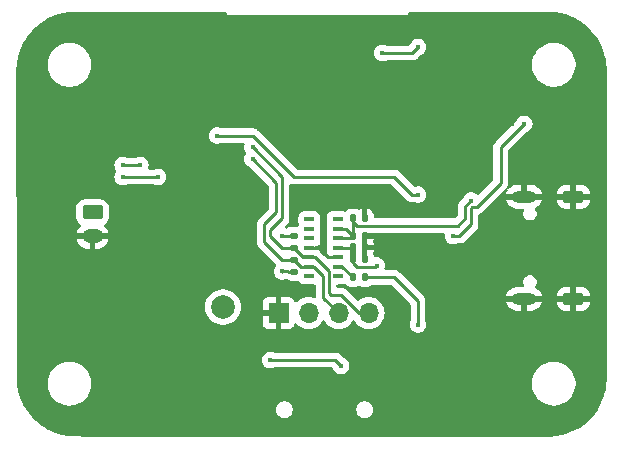
<source format=gbr>
%TF.GenerationSoftware,KiCad,Pcbnew,8.0.0*%
%TF.CreationDate,2024-05-02T00:18:50-07:00*%
%TF.ProjectId,ece16,65636531-362e-46b6-9963-61645f706362,rev?*%
%TF.SameCoordinates,Original*%
%TF.FileFunction,Copper,L2,Bot*%
%TF.FilePolarity,Positive*%
%FSLAX46Y46*%
G04 Gerber Fmt 4.6, Leading zero omitted, Abs format (unit mm)*
G04 Created by KiCad (PCBNEW 8.0.0) date 2024-05-02 00:18:50*
%MOMM*%
%LPD*%
G01*
G04 APERTURE LIST*
G04 Aperture macros list*
%AMRoundRect*
0 Rectangle with rounded corners*
0 $1 Rounding radius*
0 $2 $3 $4 $5 $6 $7 $8 $9 X,Y pos of 4 corners*
0 Add a 4 corners polygon primitive as box body*
4,1,4,$2,$3,$4,$5,$6,$7,$8,$9,$2,$3,0*
0 Add four circle primitives for the rounded corners*
1,1,$1+$1,$2,$3*
1,1,$1+$1,$4,$5*
1,1,$1+$1,$6,$7*
1,1,$1+$1,$8,$9*
0 Add four rect primitives between the rounded corners*
20,1,$1+$1,$2,$3,$4,$5,0*
20,1,$1+$1,$4,$5,$6,$7,0*
20,1,$1+$1,$6,$7,$8,$9,0*
20,1,$1+$1,$8,$9,$2,$3,0*%
G04 Aperture macros list end*
%TA.AperFunction,ComponentPad*%
%ADD10R,1.700000X1.700000*%
%TD*%
%TA.AperFunction,ComponentPad*%
%ADD11O,1.700000X1.700000*%
%TD*%
%TA.AperFunction,ComponentPad*%
%ADD12O,2.100000X1.000000*%
%TD*%
%TA.AperFunction,ComponentPad*%
%ADD13RoundRect,0.250000X0.650000X-0.250000X0.650000X0.250000X-0.650000X0.250000X-0.650000X-0.250000X0*%
%TD*%
%TA.AperFunction,ComponentPad*%
%ADD14C,2.000000*%
%TD*%
%TA.AperFunction,ComponentPad*%
%ADD15RoundRect,0.250000X-0.625000X0.350000X-0.625000X-0.350000X0.625000X-0.350000X0.625000X0.350000X0*%
%TD*%
%TA.AperFunction,ComponentPad*%
%ADD16O,1.750000X1.200000*%
%TD*%
%TA.AperFunction,SMDPad,CuDef*%
%ADD17RoundRect,0.140000X0.140000X0.170000X-0.140000X0.170000X-0.140000X-0.170000X0.140000X-0.170000X0*%
%TD*%
%TA.AperFunction,SMDPad,CuDef*%
%ADD18RoundRect,0.135000X0.135000X0.185000X-0.135000X0.185000X-0.135000X-0.185000X0.135000X-0.185000X0*%
%TD*%
%TA.AperFunction,SMDPad,CuDef*%
%ADD19RoundRect,0.140000X-0.140000X-0.170000X0.140000X-0.170000X0.140000X0.170000X-0.140000X0.170000X0*%
%TD*%
%TA.AperFunction,SMDPad,CuDef*%
%ADD20RoundRect,0.135000X-0.185000X0.135000X-0.185000X-0.135000X0.185000X-0.135000X0.185000X0.135000X0*%
%TD*%
%TA.AperFunction,SMDPad,CuDef*%
%ADD21RoundRect,0.135000X0.185000X-0.135000X0.185000X0.135000X-0.185000X0.135000X-0.185000X-0.135000X0*%
%TD*%
%TA.AperFunction,SMDPad,CuDef*%
%ADD22RoundRect,0.040000X-0.380000X-0.160000X0.380000X-0.160000X0.380000X0.160000X-0.380000X0.160000X0*%
%TD*%
%TA.AperFunction,SMDPad,CuDef*%
%ADD23RoundRect,0.040000X0.380000X0.160000X-0.380000X0.160000X-0.380000X-0.160000X0.380000X-0.160000X0*%
%TD*%
%TA.AperFunction,ViaPad*%
%ADD24C,0.400000*%
%TD*%
%TA.AperFunction,Conductor*%
%ADD25C,0.250000*%
%TD*%
G04 APERTURE END LIST*
D10*
%TO.P,U4,1,GND*%
%TO.N,GND*%
X132200000Y-64500000D03*
D11*
%TO.P,U4,2,VCC_IN*%
%TO.N,+3V3*%
X134740000Y-64500000D03*
%TO.P,U4,3,SCL*%
%TO.N,/SCL*%
X137280000Y-64500000D03*
%TO.P,U4,4,SDA*%
%TO.N,/SDA*%
X139820000Y-64500000D03*
%TD*%
D12*
%TO.P,USB4105-GF-A1,S1,SHELL_GND*%
%TO.N,GND*%
X152982500Y-63320000D03*
%TO.P,USB4105-GF-A1,S2,SHELL_GND*%
X152982500Y-54680000D03*
D13*
%TO.P,USB4105-GF-A1,S3,SHELL_GND*%
X157162500Y-63320000D03*
%TO.P,USB4105-GF-A1,S4,SHELL_GND*%
X157162500Y-54680000D03*
%TD*%
D14*
%TO.P,TP1,1,1*%
%TO.N,Net-(U3-ST)*%
X127500000Y-64000000D03*
%TD*%
D15*
%TO.P,BT1,1,+*%
%TO.N,Net-(BT1-+)*%
X116450000Y-56000000D03*
D16*
%TO.P,BT1,2,-*%
%TO.N,GND*%
X116450000Y-58000000D03*
%TD*%
D17*
%TO.P,C12,1*%
%TO.N,GND*%
X139480000Y-58000000D03*
%TO.P,C12,2*%
%TO.N,/VLED*%
X138520000Y-58000000D03*
%TD*%
D18*
%TO.P,R9,1*%
%TO.N,+3V3*%
X139510000Y-61500000D03*
%TO.P,R9,2*%
%TO.N,Net-(U6-~{INT})*%
X138490000Y-61500000D03*
%TD*%
D19*
%TO.P,C13,1*%
%TO.N,/VLED*%
X138520000Y-56500000D03*
%TO.P,C13,2*%
%TO.N,GND*%
X139480000Y-56500000D03*
%TD*%
D20*
%TO.P,R14,1*%
%TO.N,+3V3*%
X133500000Y-57990000D03*
%TO.P,R14,2*%
%TO.N,/SDA*%
X133500000Y-59010000D03*
%TD*%
D21*
%TO.P,R8,1*%
%TO.N,+3V3*%
X133500000Y-61010000D03*
%TO.P,R8,2*%
%TO.N,/SCL*%
X133500000Y-59990000D03*
%TD*%
D17*
%TO.P,C14,1*%
%TO.N,GND*%
X139480000Y-58970000D03*
%TO.P,C14,2*%
%TO.N,+1.8V*%
X138520000Y-58970000D03*
%TD*%
D22*
%TO.P,U6,1,NC*%
%TO.N,unconnected-(U6-NC-Pad1)*%
X134805000Y-61400000D03*
%TO.P,U6,2,SCL*%
%TO.N,/SCL*%
X134805000Y-60600000D03*
%TO.P,U6,3,SDA*%
%TO.N,/SDA*%
X134805000Y-59800000D03*
%TO.P,U6,4,PGND*%
%TO.N,GND*%
X134805000Y-59000000D03*
%TO.P,U6,5,NC*%
%TO.N,unconnected-(U6-NC-Pad5)*%
X134805000Y-58200000D03*
%TO.P,U6,6,NC*%
%TO.N,unconnected-(U6-NC-Pad6)*%
X134805000Y-57400000D03*
%TO.P,U6,7,NC*%
%TO.N,unconnected-(U6-NC-Pad7)*%
X134805000Y-56600000D03*
D23*
%TO.P,U6,8,NC*%
%TO.N,unconnected-(U6-NC-Pad8)*%
X137195000Y-56600000D03*
%TO.P,U6,9,VLED+*%
%TO.N,/VLED*%
X137195000Y-57400000D03*
%TO.P,U6,10,VLED+*%
X137195000Y-58200000D03*
%TO.P,U6,11,VDD*%
%TO.N,+1.8V*%
X137195000Y-59000000D03*
%TO.P,U6,12,GND*%
%TO.N,GND*%
X137195000Y-59800000D03*
%TO.P,U6,13,~{INT}*%
%TO.N,Net-(U6-~{INT})*%
X137195000Y-60600000D03*
%TO.P,U6,14,NC*%
%TO.N,unconnected-(U6-NC-Pad14)*%
X137195000Y-61400000D03*
%TD*%
D19*
%TO.P,C15,1*%
%TO.N,+1.8V*%
X138520000Y-59970000D03*
%TO.P,C15,2*%
%TO.N,GND*%
X139480000Y-59970000D03*
%TD*%
D24*
%TO.N,+3V3*%
X144000000Y-65500000D03*
X120500000Y-52000000D03*
X132510000Y-57990000D03*
X153000000Y-48500000D03*
X147000000Y-58000000D03*
X132500000Y-61000000D03*
X119000000Y-52000000D03*
%TO.N,/SCL*%
X130000000Y-51500000D03*
%TO.N,Net-(D1-K)*%
X119000000Y-53000000D03*
X122000000Y-53000000D03*
%TO.N,+1.8V*%
X140500000Y-60500000D03*
%TO.N,+5V*%
X127000000Y-49500000D03*
X144000000Y-54500000D03*
%TO.N,/SDA*%
X130000000Y-50500000D03*
%TO.N,Net-(BT1-+)*%
X131500000Y-68500000D03*
X137500000Y-69000000D03*
%TO.N,/VLED*%
X148500000Y-55000000D03*
%TO.N,/Boot*%
X141000000Y-42500000D03*
X144000000Y-42000000D03*
%TO.N,GND*%
X129500000Y-56000000D03*
X120000000Y-44000000D03*
X119500000Y-44000000D03*
X151000000Y-56000000D03*
X119500000Y-43500000D03*
X150500000Y-58500000D03*
X119000000Y-49000000D03*
X125000000Y-54000000D03*
X125000000Y-54500000D03*
X119500000Y-48500000D03*
X119500000Y-49000000D03*
X151500000Y-48500000D03*
X152000000Y-48500000D03*
X120000000Y-43500000D03*
X125500000Y-54500000D03*
X129500000Y-55500000D03*
X125500000Y-54000000D03*
X154000000Y-47500000D03*
X151000000Y-58500000D03*
X150500000Y-56000000D03*
X154500000Y-47500000D03*
X119000000Y-48500000D03*
%TD*%
D25*
%TO.N,+3V3*%
X119000000Y-52000000D02*
X119500000Y-52000000D01*
X147500000Y-58000000D02*
X147000000Y-58000000D01*
X132500000Y-61000000D02*
X132510000Y-61010000D01*
X151000000Y-50500000D02*
X151000000Y-53500000D01*
X144000000Y-63500000D02*
X144000000Y-65500000D01*
X148975000Y-55525000D02*
X148611396Y-55525000D01*
X133500000Y-61010000D02*
X132500000Y-61000000D01*
X139510000Y-61500000D02*
X142000000Y-61500000D01*
X148611396Y-55525000D02*
X148500000Y-55636396D01*
X119500000Y-52000000D02*
X120500000Y-52000000D01*
X148500000Y-55636396D02*
X148500000Y-57000000D01*
X151000000Y-53500000D02*
X148975000Y-55525000D01*
X148500000Y-57000000D02*
X147500000Y-58000000D01*
X142000000Y-61500000D02*
X144000000Y-63500000D01*
X133500000Y-57990000D02*
X132510000Y-57990000D01*
X151000000Y-50500000D02*
X153000000Y-48500000D01*
%TO.N,/SCL*%
X136000000Y-63220000D02*
X136000000Y-61375000D01*
X137280000Y-64500000D02*
X136000000Y-63220000D01*
X133500000Y-59990000D02*
X132490000Y-59990000D01*
X136000000Y-61375000D02*
X135225000Y-60600000D01*
X132000000Y-53500000D02*
X130000000Y-51500000D01*
X132000000Y-56000000D02*
X132000000Y-53500000D01*
X131000000Y-57000000D02*
X132000000Y-56000000D01*
X133500000Y-59990000D02*
X134110000Y-60600000D01*
X135225000Y-60600000D02*
X134805000Y-60600000D01*
X134110000Y-60600000D02*
X134805000Y-60600000D01*
X132490000Y-59990000D02*
X131000000Y-58500000D01*
X131000000Y-58500000D02*
X131000000Y-57000000D01*
%TO.N,Net-(U6-~{INT})*%
X137590000Y-60600000D02*
X138490000Y-61500000D01*
X137195000Y-60600000D02*
X137590000Y-60600000D01*
%TO.N,Net-(D1-K)*%
X122000000Y-53000000D02*
X119000000Y-53000000D01*
%TO.N,+1.8V*%
X138520000Y-60279999D02*
X138845001Y-60605000D01*
X138490000Y-59000000D02*
X138520000Y-58970000D01*
X140395000Y-60605000D02*
X140500000Y-60500000D01*
X137195000Y-59000000D02*
X138490000Y-59000000D01*
X138845001Y-60605000D02*
X140395000Y-60605000D01*
X138520000Y-59970000D02*
X138520000Y-60279999D01*
%TO.N,+5V*%
X142000000Y-53000000D02*
X143500000Y-54500000D01*
X127000000Y-49500000D02*
X130000000Y-49500000D01*
X133500000Y-53000000D02*
X142000000Y-53000000D01*
X130000000Y-49500000D02*
X133500000Y-53000000D01*
X143500000Y-54500000D02*
X144000000Y-54500000D01*
%TO.N,/SDA*%
X131500000Y-58000000D02*
X132500000Y-59000000D01*
X133500000Y-59010000D02*
X134290000Y-59800000D01*
X132500000Y-59000000D02*
X132500000Y-59010000D01*
X134290000Y-59800000D02*
X134805000Y-59800000D01*
X132500000Y-56500000D02*
X132500000Y-53000000D01*
X139000000Y-64500000D02*
X139820000Y-64500000D01*
X131500000Y-58000000D02*
X131500000Y-57500000D01*
X136618851Y-63000000D02*
X137500000Y-63000000D01*
X136450000Y-60950000D02*
X136450000Y-62831149D01*
X131500000Y-57500000D02*
X132500000Y-56500000D01*
X133500000Y-59010000D02*
X132500000Y-59010000D01*
X136450000Y-62831149D02*
X136618851Y-63000000D01*
X135300000Y-59800000D02*
X136450000Y-60950000D01*
X132500000Y-53000000D02*
X130000000Y-50500000D01*
X134805000Y-59800000D02*
X135300000Y-59800000D01*
X137500000Y-63000000D02*
X139000000Y-64500000D01*
%TO.N,Net-(BT1-+)*%
X131500000Y-68500000D02*
X137000000Y-68500000D01*
X137000000Y-68500000D02*
X137500000Y-69000000D01*
%TO.N,/VLED*%
X137195000Y-58200000D02*
X138320000Y-58200000D01*
X138520000Y-56500000D02*
X138520000Y-56809999D01*
X138845001Y-57135000D02*
X147365000Y-57135000D01*
X137195000Y-57400000D02*
X137920000Y-57400000D01*
X138520000Y-56809999D02*
X138845001Y-57135000D01*
X147365000Y-57135000D02*
X148000000Y-56500000D01*
X138320000Y-58200000D02*
X138520000Y-58000000D01*
X148000000Y-56500000D02*
X148000000Y-55500000D01*
X138520000Y-58000000D02*
X138520000Y-56500000D01*
X148000000Y-55500000D02*
X148500000Y-55000000D01*
X137920000Y-57400000D02*
X138520000Y-58000000D01*
%TO.N,/Boot*%
X141000000Y-42500000D02*
X143500000Y-42500000D01*
X143500000Y-42500000D02*
X144000000Y-42000000D01*
%TO.N,GND*%
X134805000Y-59000000D02*
X135587702Y-59000000D01*
X135587702Y-59000000D02*
X136387702Y-59800000D01*
X136387702Y-59800000D02*
X137195000Y-59800000D01*
%TD*%
%TA.AperFunction,Conductor*%
%TO.N,+1.8V*%
G36*
X138713039Y-58739685D02*
G01*
X138758794Y-58792489D01*
X138770000Y-58844000D01*
X138770000Y-60096000D01*
X138750315Y-60163039D01*
X138703555Y-60203555D01*
X138270000Y-59770000D01*
X138270000Y-58844000D01*
X138289685Y-58776961D01*
X138342489Y-58731206D01*
X138394000Y-58720000D01*
X138646000Y-58720000D01*
X138713039Y-58739685D01*
G37*
%TD.AperFunction*%
%TD*%
%TA.AperFunction,Conductor*%
%TO.N,GND*%
G36*
X127743039Y-39019685D02*
G01*
X127788794Y-39072489D01*
X127800000Y-39124000D01*
X127800000Y-39275000D01*
X143200000Y-39275000D01*
X143200000Y-39124000D01*
X143219685Y-39056961D01*
X143272489Y-39011206D01*
X143324000Y-39000000D01*
X154999290Y-39000000D01*
X155000641Y-39000006D01*
X155213481Y-39002328D01*
X155222915Y-39002792D01*
X155647552Y-39039943D01*
X155658270Y-39041354D01*
X156077393Y-39115256D01*
X156087921Y-39117590D01*
X156499033Y-39227747D01*
X156509322Y-39230992D01*
X156909255Y-39376555D01*
X156919221Y-39380683D01*
X157304942Y-39560547D01*
X157314528Y-39565538D01*
X157683088Y-39778326D01*
X157692207Y-39784135D01*
X158040820Y-40028237D01*
X158049402Y-40034822D01*
X158375420Y-40308383D01*
X158383395Y-40315692D01*
X158684307Y-40616604D01*
X158691616Y-40624579D01*
X158965177Y-40950597D01*
X158971762Y-40959179D01*
X159215864Y-41307792D01*
X159221676Y-41316916D01*
X159434459Y-41685467D01*
X159439454Y-41695062D01*
X159488154Y-41799500D01*
X159596604Y-42032072D01*
X159619310Y-42080764D01*
X159623450Y-42090759D01*
X159769003Y-42490664D01*
X159772256Y-42500980D01*
X159882405Y-42912061D01*
X159884746Y-42922623D01*
X159958644Y-43341725D01*
X159960056Y-43352450D01*
X159997206Y-43777073D01*
X159997671Y-43786527D01*
X159999993Y-43999357D01*
X160000000Y-44000710D01*
X160000000Y-69999289D01*
X159999993Y-70000642D01*
X159997671Y-70213472D01*
X159997206Y-70222926D01*
X159960056Y-70647549D01*
X159958644Y-70658274D01*
X159884746Y-71077376D01*
X159882405Y-71087938D01*
X159772256Y-71499019D01*
X159769003Y-71509335D01*
X159623450Y-71909240D01*
X159619310Y-71919235D01*
X159439454Y-72304937D01*
X159434459Y-72314532D01*
X159221676Y-72683083D01*
X159215864Y-72692207D01*
X158971762Y-73040820D01*
X158965177Y-73049402D01*
X158691616Y-73375420D01*
X158684307Y-73383395D01*
X158383395Y-73684307D01*
X158375420Y-73691616D01*
X158049402Y-73965177D01*
X158040820Y-73971762D01*
X157692207Y-74215864D01*
X157683083Y-74221676D01*
X157314532Y-74434459D01*
X157304937Y-74439454D01*
X156919235Y-74619310D01*
X156909240Y-74623450D01*
X156509335Y-74769003D01*
X156499019Y-74772256D01*
X156087938Y-74882405D01*
X156077376Y-74884746D01*
X155658274Y-74958644D01*
X155647549Y-74960056D01*
X155222926Y-74997206D01*
X155213472Y-74997671D01*
X155007701Y-74999916D01*
X155000640Y-74999993D01*
X154999290Y-75000000D01*
X116002285Y-75000000D01*
X115997720Y-74999916D01*
X115035530Y-74964465D01*
X114822083Y-74962206D01*
X114812589Y-74961741D01*
X114387974Y-74924594D01*
X114377249Y-74923182D01*
X113958137Y-74849284D01*
X113947576Y-74846943D01*
X113536492Y-74736795D01*
X113526175Y-74733542D01*
X113126257Y-74587986D01*
X113116263Y-74583846D01*
X112730562Y-74403992D01*
X112720966Y-74398997D01*
X112352396Y-74186204D01*
X112343290Y-74180404D01*
X112202756Y-74082001D01*
X111994657Y-73936287D01*
X111986076Y-73929702D01*
X111660063Y-73656147D01*
X111652087Y-73648838D01*
X111351161Y-73347912D01*
X111343852Y-73339936D01*
X111070297Y-73013923D01*
X111063712Y-73005342D01*
X110898219Y-72768995D01*
X131999499Y-72768995D01*
X132026418Y-72904322D01*
X132026421Y-72904332D01*
X132079221Y-73031804D01*
X132079228Y-73031817D01*
X132155885Y-73146541D01*
X132155888Y-73146545D01*
X132253454Y-73244111D01*
X132253458Y-73244114D01*
X132368182Y-73320771D01*
X132368195Y-73320778D01*
X132495667Y-73373578D01*
X132495672Y-73373580D01*
X132495676Y-73373580D01*
X132495677Y-73373581D01*
X132631004Y-73400500D01*
X132631007Y-73400500D01*
X132768995Y-73400500D01*
X132860041Y-73382389D01*
X132904328Y-73373580D01*
X133031811Y-73320775D01*
X133146542Y-73244114D01*
X133244114Y-73146542D01*
X133320775Y-73031811D01*
X133373580Y-72904328D01*
X133400500Y-72768995D01*
X138799499Y-72768995D01*
X138826418Y-72904322D01*
X138826421Y-72904332D01*
X138879221Y-73031804D01*
X138879228Y-73031817D01*
X138955885Y-73146541D01*
X138955888Y-73146545D01*
X139053454Y-73244111D01*
X139053458Y-73244114D01*
X139168182Y-73320771D01*
X139168195Y-73320778D01*
X139295667Y-73373578D01*
X139295672Y-73373580D01*
X139295676Y-73373580D01*
X139295677Y-73373581D01*
X139431004Y-73400500D01*
X139431007Y-73400500D01*
X139568995Y-73400500D01*
X139660041Y-73382389D01*
X139704328Y-73373580D01*
X139831811Y-73320775D01*
X139946542Y-73244114D01*
X140044114Y-73146542D01*
X140120775Y-73031811D01*
X140173580Y-72904328D01*
X140200500Y-72768993D01*
X140200500Y-72631007D01*
X140200500Y-72631004D01*
X140173581Y-72495677D01*
X140173580Y-72495676D01*
X140173580Y-72495672D01*
X140173578Y-72495667D01*
X140120778Y-72368195D01*
X140120771Y-72368182D01*
X140044114Y-72253458D01*
X140044111Y-72253454D01*
X139946545Y-72155888D01*
X139946541Y-72155885D01*
X139831817Y-72079228D01*
X139831804Y-72079221D01*
X139704332Y-72026421D01*
X139704322Y-72026418D01*
X139568995Y-71999500D01*
X139568993Y-71999500D01*
X139431007Y-71999500D01*
X139431005Y-71999500D01*
X139295677Y-72026418D01*
X139295667Y-72026421D01*
X139168195Y-72079221D01*
X139168182Y-72079228D01*
X139053458Y-72155885D01*
X139053454Y-72155888D01*
X138955888Y-72253454D01*
X138955885Y-72253458D01*
X138879228Y-72368182D01*
X138879221Y-72368195D01*
X138826421Y-72495667D01*
X138826418Y-72495677D01*
X138799500Y-72631004D01*
X138799500Y-72631007D01*
X138799500Y-72768993D01*
X138799500Y-72768995D01*
X138799499Y-72768995D01*
X133400500Y-72768995D01*
X133400500Y-72768993D01*
X133400500Y-72631007D01*
X133400500Y-72631004D01*
X133373581Y-72495677D01*
X133373580Y-72495676D01*
X133373580Y-72495672D01*
X133373578Y-72495667D01*
X133320778Y-72368195D01*
X133320771Y-72368182D01*
X133244114Y-72253458D01*
X133244111Y-72253454D01*
X133146545Y-72155888D01*
X133146541Y-72155885D01*
X133031817Y-72079228D01*
X133031804Y-72079221D01*
X132904332Y-72026421D01*
X132904322Y-72026418D01*
X132768995Y-71999500D01*
X132768993Y-71999500D01*
X132631007Y-71999500D01*
X132631005Y-71999500D01*
X132495677Y-72026418D01*
X132495667Y-72026421D01*
X132368195Y-72079221D01*
X132368182Y-72079228D01*
X132253458Y-72155885D01*
X132253454Y-72155888D01*
X132155888Y-72253454D01*
X132155885Y-72253458D01*
X132079228Y-72368182D01*
X132079221Y-72368195D01*
X132026421Y-72495667D01*
X132026418Y-72495677D01*
X131999500Y-72631004D01*
X131999500Y-72631007D01*
X131999500Y-72768993D01*
X131999500Y-72768995D01*
X131999499Y-72768995D01*
X110898219Y-72768995D01*
X110819591Y-72656703D01*
X110813798Y-72647609D01*
X110600997Y-72279025D01*
X110596007Y-72269437D01*
X110588556Y-72253458D01*
X110416148Y-71883725D01*
X110412017Y-71873753D01*
X110266457Y-71473824D01*
X110263204Y-71463507D01*
X110162572Y-71087938D01*
X110153054Y-71052417D01*
X110150715Y-71041862D01*
X110082140Y-70652942D01*
X110076816Y-70622746D01*
X110076624Y-70621288D01*
X112649500Y-70621288D01*
X112681161Y-70861785D01*
X112743947Y-71096104D01*
X112836773Y-71320205D01*
X112836776Y-71320212D01*
X112958064Y-71530289D01*
X112958066Y-71530292D01*
X112958067Y-71530293D01*
X113105733Y-71722736D01*
X113105739Y-71722743D01*
X113277256Y-71894260D01*
X113277263Y-71894266D01*
X113390321Y-71981018D01*
X113469711Y-72041936D01*
X113679788Y-72163224D01*
X113903900Y-72256054D01*
X114138211Y-72318838D01*
X114318586Y-72342584D01*
X114378711Y-72350500D01*
X114378712Y-72350500D01*
X114621289Y-72350500D01*
X114669388Y-72344167D01*
X114861789Y-72318838D01*
X115096100Y-72256054D01*
X115320212Y-72163224D01*
X115530289Y-72041936D01*
X115722738Y-71894265D01*
X115894265Y-71722738D01*
X116041936Y-71530289D01*
X116163224Y-71320212D01*
X116256054Y-71096100D01*
X116318838Y-70861789D01*
X116350500Y-70621288D01*
X153649500Y-70621288D01*
X153681161Y-70861785D01*
X153743947Y-71096104D01*
X153836773Y-71320205D01*
X153836776Y-71320212D01*
X153958064Y-71530289D01*
X153958066Y-71530292D01*
X153958067Y-71530293D01*
X154105733Y-71722736D01*
X154105739Y-71722743D01*
X154277256Y-71894260D01*
X154277263Y-71894266D01*
X154390321Y-71981018D01*
X154469711Y-72041936D01*
X154679788Y-72163224D01*
X154903900Y-72256054D01*
X155138211Y-72318838D01*
X155318586Y-72342584D01*
X155378711Y-72350500D01*
X155378712Y-72350500D01*
X155621289Y-72350500D01*
X155669388Y-72344167D01*
X155861789Y-72318838D01*
X156096100Y-72256054D01*
X156320212Y-72163224D01*
X156530289Y-72041936D01*
X156722738Y-71894265D01*
X156894265Y-71722738D01*
X157041936Y-71530289D01*
X157163224Y-71320212D01*
X157256054Y-71096100D01*
X157318838Y-70861789D01*
X157350500Y-70621288D01*
X157350500Y-70378712D01*
X157318838Y-70138211D01*
X157256054Y-69903900D01*
X157163224Y-69679788D01*
X157041936Y-69469711D01*
X156894265Y-69277262D01*
X156894260Y-69277256D01*
X156722743Y-69105739D01*
X156722736Y-69105733D01*
X156530293Y-68958067D01*
X156530292Y-68958066D01*
X156530289Y-68958064D01*
X156320212Y-68836776D01*
X156320205Y-68836773D01*
X156096104Y-68743947D01*
X155861785Y-68681161D01*
X155621289Y-68649500D01*
X155621288Y-68649500D01*
X155378712Y-68649500D01*
X155378711Y-68649500D01*
X155138214Y-68681161D01*
X154903895Y-68743947D01*
X154679794Y-68836773D01*
X154679785Y-68836777D01*
X154469706Y-68958067D01*
X154277263Y-69105733D01*
X154277256Y-69105739D01*
X154105739Y-69277256D01*
X154105733Y-69277263D01*
X153958067Y-69469706D01*
X153836777Y-69679785D01*
X153836773Y-69679794D01*
X153743947Y-69903895D01*
X153681161Y-70138214D01*
X153649500Y-70378711D01*
X153649500Y-70621288D01*
X116350500Y-70621288D01*
X116350500Y-70378712D01*
X116318838Y-70138211D01*
X116256054Y-69903900D01*
X116163224Y-69679788D01*
X116041936Y-69469711D01*
X115894265Y-69277262D01*
X115894260Y-69277256D01*
X115722743Y-69105739D01*
X115722736Y-69105733D01*
X115530293Y-68958067D01*
X115530292Y-68958066D01*
X115530289Y-68958064D01*
X115320212Y-68836776D01*
X115320205Y-68836773D01*
X115096104Y-68743947D01*
X114861785Y-68681161D01*
X114621289Y-68649500D01*
X114621288Y-68649500D01*
X114378712Y-68649500D01*
X114378711Y-68649500D01*
X114138214Y-68681161D01*
X113903895Y-68743947D01*
X113679794Y-68836773D01*
X113679785Y-68836777D01*
X113469706Y-68958067D01*
X113277263Y-69105733D01*
X113277256Y-69105739D01*
X113105739Y-69277256D01*
X113105733Y-69277263D01*
X112958067Y-69469706D01*
X112836777Y-69679785D01*
X112836773Y-69679794D01*
X112743947Y-69903895D01*
X112681161Y-70138214D01*
X112649500Y-70378711D01*
X112649500Y-70621288D01*
X110076624Y-70621288D01*
X110075405Y-70612025D01*
X110054994Y-70378711D01*
X110038257Y-70187392D01*
X110037793Y-70177932D01*
X110035539Y-69965003D01*
X110035533Y-69963912D01*
X110034593Y-69277263D01*
X110033529Y-68500000D01*
X130794355Y-68500000D01*
X130814859Y-68668869D01*
X130814860Y-68668874D01*
X130875182Y-68827931D01*
X130937475Y-68918177D01*
X130971817Y-68967929D01*
X131077505Y-69061560D01*
X131099150Y-69080736D01*
X131249773Y-69159789D01*
X131249775Y-69159790D01*
X131414944Y-69200500D01*
X131585056Y-69200500D01*
X131750225Y-69159790D01*
X131788495Y-69139703D01*
X131846121Y-69125500D01*
X136689548Y-69125500D01*
X136756587Y-69145185D01*
X136777229Y-69161819D01*
X136814718Y-69199308D01*
X136842979Y-69243018D01*
X136875182Y-69327930D01*
X136875182Y-69327931D01*
X136937475Y-69418177D01*
X136971817Y-69467929D01*
X137077505Y-69561560D01*
X137099150Y-69580736D01*
X137249773Y-69659789D01*
X137249775Y-69659790D01*
X137414944Y-69700500D01*
X137585056Y-69700500D01*
X137750225Y-69659790D01*
X137829692Y-69618081D01*
X137900849Y-69580736D01*
X137900850Y-69580734D01*
X137900852Y-69580734D01*
X138028183Y-69467929D01*
X138124818Y-69327930D01*
X138185140Y-69168872D01*
X138205645Y-69000000D01*
X138185140Y-68831128D01*
X138124818Y-68672070D01*
X138122608Y-68668869D01*
X138090476Y-68622318D01*
X138028183Y-68532071D01*
X137900852Y-68419266D01*
X137900849Y-68419263D01*
X137750228Y-68340211D01*
X137750225Y-68340210D01*
X137750038Y-68340164D01*
X137749903Y-68340087D01*
X137743216Y-68337552D01*
X137743602Y-68336533D01*
X137692040Y-68307450D01*
X137490198Y-68105608D01*
X137490178Y-68105586D01*
X137398733Y-68014141D01*
X137347509Y-67979915D01*
X137296287Y-67945689D01*
X137296286Y-67945688D01*
X137296283Y-67945686D01*
X137296280Y-67945685D01*
X137215792Y-67912347D01*
X137182453Y-67898537D01*
X137172427Y-67896543D01*
X137122029Y-67886518D01*
X137061610Y-67874500D01*
X137061607Y-67874500D01*
X137061606Y-67874500D01*
X131846121Y-67874500D01*
X131788495Y-67860296D01*
X131768314Y-67849704D01*
X131750224Y-67840209D01*
X131585056Y-67799500D01*
X131414944Y-67799500D01*
X131249773Y-67840210D01*
X131099150Y-67919263D01*
X130971816Y-68032072D01*
X130875182Y-68172068D01*
X130814860Y-68331125D01*
X130814859Y-68331130D01*
X130794355Y-68500000D01*
X110033529Y-68500000D01*
X110027371Y-64000005D01*
X125994357Y-64000005D01*
X126014890Y-64247812D01*
X126014892Y-64247824D01*
X126075936Y-64488881D01*
X126175826Y-64716606D01*
X126311833Y-64924782D01*
X126311836Y-64924785D01*
X126480256Y-65107738D01*
X126676491Y-65260474D01*
X126895190Y-65378828D01*
X127114141Y-65453994D01*
X127123980Y-65457372D01*
X127130386Y-65459571D01*
X127375665Y-65500500D01*
X127624335Y-65500500D01*
X127869614Y-65459571D01*
X128104810Y-65378828D01*
X128323509Y-65260474D01*
X128519744Y-65107738D01*
X128688164Y-64924785D01*
X128824173Y-64716607D01*
X128924063Y-64488881D01*
X128985108Y-64247821D01*
X128985109Y-64247812D01*
X129005643Y-64000005D01*
X129005643Y-63999994D01*
X128985109Y-63752187D01*
X128985107Y-63752175D01*
X128924063Y-63511118D01*
X128824173Y-63283393D01*
X128688166Y-63075217D01*
X128631942Y-63014142D01*
X128519744Y-62892262D01*
X128323509Y-62739526D01*
X128323507Y-62739525D01*
X128323506Y-62739524D01*
X128104811Y-62621172D01*
X128104802Y-62621169D01*
X127869616Y-62540429D01*
X127624335Y-62499500D01*
X127375665Y-62499500D01*
X127130383Y-62540429D01*
X126895197Y-62621169D01*
X126895188Y-62621172D01*
X126676493Y-62739524D01*
X126480257Y-62892261D01*
X126311833Y-63075217D01*
X126175826Y-63283393D01*
X126075936Y-63511118D01*
X126014892Y-63752175D01*
X126014890Y-63752187D01*
X125994357Y-63999994D01*
X125994357Y-64000005D01*
X110027371Y-64000005D01*
X110016970Y-56400001D01*
X115074500Y-56400001D01*
X115074501Y-56400019D01*
X115085000Y-56502796D01*
X115085001Y-56502799D01*
X115140185Y-56669331D01*
X115140187Y-56669336D01*
X115150157Y-56685500D01*
X115232288Y-56818656D01*
X115356344Y-56942712D01*
X115420981Y-56982580D01*
X115467705Y-57034526D01*
X115478928Y-57103489D01*
X115451085Y-57167571D01*
X115443566Y-57175799D01*
X115335964Y-57283401D01*
X115234195Y-57423475D01*
X115155591Y-57577744D01*
X115102085Y-57742415D01*
X115100884Y-57749999D01*
X115100885Y-57750000D01*
X116169670Y-57750000D01*
X116149925Y-57769745D01*
X116100556Y-57855255D01*
X116075000Y-57950630D01*
X116075000Y-58049370D01*
X116100556Y-58144745D01*
X116149925Y-58230255D01*
X116169670Y-58250000D01*
X115100885Y-58250000D01*
X115102085Y-58257584D01*
X115155591Y-58422255D01*
X115234195Y-58576524D01*
X115335967Y-58716602D01*
X115458397Y-58839032D01*
X115598475Y-58940804D01*
X115752742Y-59019408D01*
X115917415Y-59072914D01*
X116088429Y-59100000D01*
X116200000Y-59100000D01*
X116200000Y-58280330D01*
X116219745Y-58300075D01*
X116305255Y-58349444D01*
X116400630Y-58375000D01*
X116499370Y-58375000D01*
X116594745Y-58349444D01*
X116680255Y-58300075D01*
X116700000Y-58280330D01*
X116700000Y-59100000D01*
X116811571Y-59100000D01*
X116982584Y-59072914D01*
X117147257Y-59019408D01*
X117301524Y-58940804D01*
X117441602Y-58839032D01*
X117564032Y-58716602D01*
X117665804Y-58576524D01*
X117744408Y-58422255D01*
X117797914Y-58257584D01*
X117799115Y-58250000D01*
X116730330Y-58250000D01*
X116750075Y-58230255D01*
X116799444Y-58144745D01*
X116825000Y-58049370D01*
X116825000Y-57950630D01*
X116799444Y-57855255D01*
X116750075Y-57769745D01*
X116730330Y-57750000D01*
X117799115Y-57750000D01*
X117799115Y-57749999D01*
X117797914Y-57742415D01*
X117744408Y-57577744D01*
X117665804Y-57423475D01*
X117564032Y-57283397D01*
X117456434Y-57175799D01*
X117422949Y-57114476D01*
X117427933Y-57044784D01*
X117469805Y-56988851D01*
X117478995Y-56982594D01*
X117543656Y-56942712D01*
X117667712Y-56818656D01*
X117759814Y-56669334D01*
X117814999Y-56502797D01*
X117825500Y-56400009D01*
X117825499Y-55599992D01*
X117822448Y-55570129D01*
X117814999Y-55497203D01*
X117814998Y-55497200D01*
X117759814Y-55330666D01*
X117667712Y-55181344D01*
X117543656Y-55057288D01*
X117450888Y-55000069D01*
X117394336Y-54965187D01*
X117394331Y-54965185D01*
X117377344Y-54959556D01*
X117227797Y-54910001D01*
X117227795Y-54910000D01*
X117125010Y-54899500D01*
X115774998Y-54899500D01*
X115774981Y-54899501D01*
X115672203Y-54910000D01*
X115672200Y-54910001D01*
X115505668Y-54965185D01*
X115505663Y-54965187D01*
X115356342Y-55057289D01*
X115232289Y-55181342D01*
X115140187Y-55330663D01*
X115140186Y-55330666D01*
X115085001Y-55497203D01*
X115085001Y-55497204D01*
X115085000Y-55497204D01*
X115074500Y-55599983D01*
X115074500Y-56400001D01*
X110016970Y-56400001D01*
X110012317Y-53000000D01*
X118294355Y-53000000D01*
X118314859Y-53168869D01*
X118314860Y-53168874D01*
X118375182Y-53327931D01*
X118437475Y-53418177D01*
X118471817Y-53467929D01*
X118577505Y-53561560D01*
X118599150Y-53580736D01*
X118749773Y-53659789D01*
X118749775Y-53659790D01*
X118914944Y-53700500D01*
X119085056Y-53700500D01*
X119250225Y-53659790D01*
X119288495Y-53639703D01*
X119346121Y-53625500D01*
X121653879Y-53625500D01*
X121711504Y-53639703D01*
X121749775Y-53659790D01*
X121914944Y-53700500D01*
X122085056Y-53700500D01*
X122250225Y-53659790D01*
X122361359Y-53601462D01*
X122400849Y-53580736D01*
X122400850Y-53580734D01*
X122400852Y-53580734D01*
X122528183Y-53467929D01*
X122624818Y-53327930D01*
X122685140Y-53168872D01*
X122705645Y-53000000D01*
X122685140Y-52831128D01*
X122624818Y-52672070D01*
X122528183Y-52532071D01*
X122400852Y-52419266D01*
X122400849Y-52419263D01*
X122250226Y-52340210D01*
X122085056Y-52299500D01*
X121914944Y-52299500D01*
X121749775Y-52340209D01*
X121724762Y-52353337D01*
X121711504Y-52360296D01*
X121653879Y-52374500D01*
X121286801Y-52374500D01*
X121219762Y-52354815D01*
X121174007Y-52302011D01*
X121164063Y-52232853D01*
X121170859Y-52206530D01*
X121185138Y-52168877D01*
X121185139Y-52168874D01*
X121185140Y-52168872D01*
X121205645Y-52000000D01*
X121185140Y-51831128D01*
X121124818Y-51672070D01*
X121122608Y-51668869D01*
X121090476Y-51622318D01*
X121028183Y-51532071D01*
X120900852Y-51419266D01*
X120900849Y-51419263D01*
X120750226Y-51340210D01*
X120585056Y-51299500D01*
X120414944Y-51299500D01*
X120249775Y-51340209D01*
X120224762Y-51353337D01*
X120211504Y-51360296D01*
X120153879Y-51374500D01*
X119346121Y-51374500D01*
X119288495Y-51360296D01*
X119268314Y-51349704D01*
X119250224Y-51340209D01*
X119085056Y-51299500D01*
X118914944Y-51299500D01*
X118749773Y-51340210D01*
X118599150Y-51419263D01*
X118471816Y-51532072D01*
X118375182Y-51672068D01*
X118314860Y-51831125D01*
X118314859Y-51831130D01*
X118294355Y-52000000D01*
X118314859Y-52168869D01*
X118314860Y-52168874D01*
X118375182Y-52327931D01*
X118445332Y-52429560D01*
X118467215Y-52495915D01*
X118449750Y-52563566D01*
X118445332Y-52570440D01*
X118375183Y-52672068D01*
X118375182Y-52672068D01*
X118314860Y-52831125D01*
X118314859Y-52831130D01*
X118294355Y-53000000D01*
X110012317Y-53000000D01*
X110007527Y-49500000D01*
X126294355Y-49500000D01*
X126314859Y-49668869D01*
X126314860Y-49668874D01*
X126375182Y-49827931D01*
X126437475Y-49918177D01*
X126471817Y-49967929D01*
X126577505Y-50061560D01*
X126599150Y-50080736D01*
X126735866Y-50152490D01*
X126749775Y-50159790D01*
X126914944Y-50200500D01*
X127085056Y-50200500D01*
X127250225Y-50159790D01*
X127288495Y-50139703D01*
X127346121Y-50125500D01*
X129213199Y-50125500D01*
X129280238Y-50145185D01*
X129325993Y-50197989D01*
X129335937Y-50267147D01*
X129329141Y-50293470D01*
X129314861Y-50331122D01*
X129314859Y-50331130D01*
X129294355Y-50500000D01*
X129314859Y-50668869D01*
X129314860Y-50668874D01*
X129375182Y-50827931D01*
X129445332Y-50929560D01*
X129467215Y-50995915D01*
X129449750Y-51063566D01*
X129445332Y-51070440D01*
X129375183Y-51172068D01*
X129375182Y-51172068D01*
X129314860Y-51331125D01*
X129314859Y-51331130D01*
X129294355Y-51500000D01*
X129314859Y-51668869D01*
X129314860Y-51668874D01*
X129375182Y-51827931D01*
X129437475Y-51918177D01*
X129471817Y-51967929D01*
X129599148Y-52080734D01*
X129749775Y-52159790D01*
X129749945Y-52159832D01*
X129750068Y-52159901D01*
X129756791Y-52162451D01*
X129756403Y-52163473D01*
X129807959Y-52192549D01*
X131338181Y-53722771D01*
X131371666Y-53784094D01*
X131374500Y-53810452D01*
X131374500Y-55689547D01*
X131354815Y-55756586D01*
X131338181Y-55777228D01*
X130601269Y-56514140D01*
X130601267Y-56514142D01*
X130557704Y-56557704D01*
X130514142Y-56601266D01*
X130496581Y-56627549D01*
X130445689Y-56703712D01*
X130445687Y-56703716D01*
X130420535Y-56764437D01*
X130420536Y-56764438D01*
X130398536Y-56817549D01*
X130398535Y-56817555D01*
X130374500Y-56938389D01*
X130374500Y-56938393D01*
X130374500Y-56938394D01*
X130374500Y-58438393D01*
X130374500Y-58561607D01*
X130376688Y-58572605D01*
X130398537Y-58682452D01*
X130406011Y-58700496D01*
X130406012Y-58700500D01*
X130406013Y-58700500D01*
X130445685Y-58796280D01*
X130445690Y-58796289D01*
X130479914Y-58847507D01*
X130479915Y-58847509D01*
X130514141Y-58898733D01*
X130605586Y-58990178D01*
X130605608Y-58990198D01*
X131971816Y-60356406D01*
X132005301Y-60417729D01*
X132000317Y-60487421D01*
X131974837Y-60524726D01*
X131976791Y-60526457D01*
X131971815Y-60532073D01*
X131875182Y-60672068D01*
X131814860Y-60831125D01*
X131814859Y-60831130D01*
X131794355Y-61000000D01*
X131814859Y-61168869D01*
X131814860Y-61168874D01*
X131875182Y-61327931D01*
X131937475Y-61418177D01*
X131971817Y-61467929D01*
X132077505Y-61561560D01*
X132099150Y-61580736D01*
X132230451Y-61649648D01*
X132249775Y-61659790D01*
X132414944Y-61700500D01*
X132585056Y-61700500D01*
X132750225Y-61659790D01*
X132781954Y-61643136D01*
X132840819Y-61628939D01*
X132852718Y-61629058D01*
X132915151Y-61648070D01*
X132915687Y-61647164D01*
X132919415Y-61649368D01*
X132919557Y-61649412D01*
X132919887Y-61649648D01*
X132950691Y-61667865D01*
X133060607Y-61732869D01*
X133085039Y-61739967D01*
X133214791Y-61777664D01*
X133214794Y-61777664D01*
X133214796Y-61777665D01*
X133250819Y-61780500D01*
X133749180Y-61780499D01*
X133785204Y-61777665D01*
X133807872Y-61771079D01*
X133877738Y-61771276D01*
X133936409Y-61809216D01*
X133945752Y-61822535D01*
X133986474Y-61876235D01*
X134039215Y-61945785D01*
X134157605Y-62035562D01*
X134157607Y-62035563D01*
X134172515Y-62041442D01*
X134295826Y-62090070D01*
X134382680Y-62100500D01*
X134382686Y-62100500D01*
X135227313Y-62100500D01*
X135227320Y-62100500D01*
X135235718Y-62099491D01*
X135304624Y-62111043D01*
X135356348Y-62158015D01*
X135374500Y-62222607D01*
X135374500Y-63111186D01*
X135354815Y-63178225D01*
X135302011Y-63223980D01*
X135232853Y-63233924D01*
X135208087Y-63227707D01*
X135203662Y-63226096D01*
X134975413Y-63164938D01*
X134975403Y-63164936D01*
X134740001Y-63144341D01*
X134739999Y-63144341D01*
X134504596Y-63164936D01*
X134504586Y-63164938D01*
X134276344Y-63226094D01*
X134276335Y-63226098D01*
X134062171Y-63325964D01*
X134062169Y-63325965D01*
X133868600Y-63461503D01*
X133746284Y-63583819D01*
X133684961Y-63617303D01*
X133615269Y-63612319D01*
X133559336Y-63570447D01*
X133542421Y-63539470D01*
X133493354Y-63407913D01*
X133493350Y-63407906D01*
X133407190Y-63292812D01*
X133407187Y-63292809D01*
X133292093Y-63206649D01*
X133292086Y-63206645D01*
X133157379Y-63156403D01*
X133157372Y-63156401D01*
X133097844Y-63150000D01*
X132450000Y-63150000D01*
X132450000Y-64066988D01*
X132392993Y-64034075D01*
X132265826Y-64000000D01*
X132134174Y-64000000D01*
X132007007Y-64034075D01*
X131950000Y-64066988D01*
X131950000Y-63150000D01*
X131302155Y-63150000D01*
X131242627Y-63156401D01*
X131242620Y-63156403D01*
X131107913Y-63206645D01*
X131107906Y-63206649D01*
X130992812Y-63292809D01*
X130992809Y-63292812D01*
X130906649Y-63407906D01*
X130906645Y-63407913D01*
X130856403Y-63542620D01*
X130856401Y-63542627D01*
X130850000Y-63602155D01*
X130850000Y-64250000D01*
X131766988Y-64250000D01*
X131734075Y-64307007D01*
X131700000Y-64434174D01*
X131700000Y-64565826D01*
X131734075Y-64692993D01*
X131766988Y-64750000D01*
X130850000Y-64750000D01*
X130850000Y-65397844D01*
X130856401Y-65457372D01*
X130856403Y-65457379D01*
X130906645Y-65592086D01*
X130906649Y-65592093D01*
X130992809Y-65707187D01*
X130992812Y-65707190D01*
X131107906Y-65793350D01*
X131107913Y-65793354D01*
X131242620Y-65843596D01*
X131242627Y-65843598D01*
X131302155Y-65849999D01*
X131302172Y-65850000D01*
X131950000Y-65850000D01*
X131950000Y-64933012D01*
X132007007Y-64965925D01*
X132134174Y-65000000D01*
X132265826Y-65000000D01*
X132392993Y-64965925D01*
X132450000Y-64933012D01*
X132450000Y-65850000D01*
X133097828Y-65850000D01*
X133097844Y-65849999D01*
X133157372Y-65843598D01*
X133157379Y-65843596D01*
X133292086Y-65793354D01*
X133292093Y-65793350D01*
X133407187Y-65707190D01*
X133407190Y-65707187D01*
X133493350Y-65592093D01*
X133493354Y-65592086D01*
X133542422Y-65460529D01*
X133584293Y-65404595D01*
X133649757Y-65380178D01*
X133718030Y-65395030D01*
X133746285Y-65416181D01*
X133868599Y-65538495D01*
X133945135Y-65592086D01*
X134062165Y-65674032D01*
X134062167Y-65674033D01*
X134062170Y-65674035D01*
X134276337Y-65773903D01*
X134504592Y-65835063D01*
X134675319Y-65850000D01*
X134739999Y-65855659D01*
X134740000Y-65855659D01*
X134740001Y-65855659D01*
X134804681Y-65850000D01*
X134975408Y-65835063D01*
X135203663Y-65773903D01*
X135417830Y-65674035D01*
X135611401Y-65538495D01*
X135778495Y-65371401D01*
X135908425Y-65185842D01*
X135963002Y-65142217D01*
X136032500Y-65135023D01*
X136094855Y-65166546D01*
X136111575Y-65185842D01*
X136241500Y-65371395D01*
X136241505Y-65371401D01*
X136408599Y-65538495D01*
X136485135Y-65592086D01*
X136602165Y-65674032D01*
X136602167Y-65674033D01*
X136602170Y-65674035D01*
X136816337Y-65773903D01*
X137044592Y-65835063D01*
X137215319Y-65850000D01*
X137279999Y-65855659D01*
X137280000Y-65855659D01*
X137280001Y-65855659D01*
X137344681Y-65850000D01*
X137515408Y-65835063D01*
X137743663Y-65773903D01*
X137957830Y-65674035D01*
X138151401Y-65538495D01*
X138318495Y-65371401D01*
X138448425Y-65185842D01*
X138503002Y-65142217D01*
X138572500Y-65135023D01*
X138634855Y-65166546D01*
X138651575Y-65185842D01*
X138781500Y-65371395D01*
X138781505Y-65371401D01*
X138948599Y-65538495D01*
X139025135Y-65592086D01*
X139142165Y-65674032D01*
X139142167Y-65674033D01*
X139142170Y-65674035D01*
X139356337Y-65773903D01*
X139584592Y-65835063D01*
X139755319Y-65850000D01*
X139819999Y-65855659D01*
X139820000Y-65855659D01*
X139820001Y-65855659D01*
X139884681Y-65850000D01*
X140055408Y-65835063D01*
X140283663Y-65773903D01*
X140497830Y-65674035D01*
X140691401Y-65538495D01*
X140858495Y-65371401D01*
X140994035Y-65177830D01*
X141093903Y-64963663D01*
X141155063Y-64735408D01*
X141175659Y-64500000D01*
X141155063Y-64264592D01*
X141093903Y-64036337D01*
X140994035Y-63822171D01*
X140985830Y-63810452D01*
X140858494Y-63628597D01*
X140691402Y-63461506D01*
X140691395Y-63461501D01*
X140497834Y-63325967D01*
X140497830Y-63325965D01*
X140402702Y-63281606D01*
X140283663Y-63226097D01*
X140283659Y-63226096D01*
X140283655Y-63226094D01*
X140055413Y-63164938D01*
X140055403Y-63164936D01*
X139820001Y-63144341D01*
X139819999Y-63144341D01*
X139584596Y-63164936D01*
X139584586Y-63164938D01*
X139356344Y-63226094D01*
X139356335Y-63226098D01*
X139142171Y-63325964D01*
X139142169Y-63325965D01*
X138973541Y-63444040D01*
X138907335Y-63466367D01*
X138839568Y-63449357D01*
X138814737Y-63430146D01*
X137992928Y-62608338D01*
X137992925Y-62608334D01*
X137992925Y-62608335D01*
X137985858Y-62601268D01*
X137985858Y-62601267D01*
X137898733Y-62514142D01*
X137898732Y-62514141D01*
X137898731Y-62514140D01*
X137847509Y-62479915D01*
X137796287Y-62445689D01*
X137796286Y-62445688D01*
X137796283Y-62445686D01*
X137796280Y-62445685D01*
X137715792Y-62412347D01*
X137682453Y-62398537D01*
X137672427Y-62396543D01*
X137622029Y-62386518D01*
X137561610Y-62374500D01*
X137561607Y-62374500D01*
X137561606Y-62374500D01*
X137199500Y-62374500D01*
X137132461Y-62354815D01*
X137086706Y-62302011D01*
X137075500Y-62250500D01*
X137075500Y-62224500D01*
X137095185Y-62157461D01*
X137147989Y-62111706D01*
X137199500Y-62100500D01*
X137617314Y-62100500D01*
X137617320Y-62100500D01*
X137704174Y-62090070D01*
X137741226Y-62075457D01*
X137810811Y-62069175D01*
X137872748Y-62101511D01*
X137874345Y-62103078D01*
X137962402Y-62191135D01*
X138100607Y-62272869D01*
X138100614Y-62272871D01*
X138254791Y-62317664D01*
X138254794Y-62317664D01*
X138254796Y-62317665D01*
X138290819Y-62320500D01*
X138689180Y-62320499D01*
X138725204Y-62317665D01*
X138879393Y-62272869D01*
X138936882Y-62238869D01*
X139004602Y-62221688D01*
X139063117Y-62238869D01*
X139120607Y-62272869D01*
X139120610Y-62272869D01*
X139120612Y-62272871D01*
X139274791Y-62317664D01*
X139274794Y-62317664D01*
X139274796Y-62317665D01*
X139310819Y-62320500D01*
X139709180Y-62320499D01*
X139745204Y-62317665D01*
X139899393Y-62272869D01*
X140037598Y-62191135D01*
X140037603Y-62191130D01*
X140066915Y-62161819D01*
X140128238Y-62128334D01*
X140154596Y-62125500D01*
X141689548Y-62125500D01*
X141756587Y-62145185D01*
X141777229Y-62161819D01*
X143338181Y-63722771D01*
X143371666Y-63784094D01*
X143374500Y-63810452D01*
X143374500Y-65151145D01*
X143366442Y-65195116D01*
X143314861Y-65331125D01*
X143314859Y-65331130D01*
X143294355Y-65500000D01*
X143314859Y-65668869D01*
X143314860Y-65668874D01*
X143375182Y-65827931D01*
X143394322Y-65855659D01*
X143471817Y-65967929D01*
X143577505Y-66061560D01*
X143599150Y-66080736D01*
X143749773Y-66159789D01*
X143749775Y-66159790D01*
X143914944Y-66200500D01*
X144085056Y-66200500D01*
X144250225Y-66159790D01*
X144329692Y-66118081D01*
X144400849Y-66080736D01*
X144400850Y-66080734D01*
X144400852Y-66080734D01*
X144528183Y-65967929D01*
X144624818Y-65827930D01*
X144685140Y-65668872D01*
X144705645Y-65500000D01*
X144685140Y-65331128D01*
X144633557Y-65195115D01*
X144625500Y-65151145D01*
X144625500Y-63570000D01*
X151462638Y-63570000D01*
X151470930Y-63611690D01*
X151470930Y-63611692D01*
X151546307Y-63793671D01*
X151546314Y-63793684D01*
X151655748Y-63957462D01*
X151655751Y-63957466D01*
X151795033Y-64096748D01*
X151795037Y-64096751D01*
X151958815Y-64206185D01*
X151958828Y-64206192D01*
X152140806Y-64281569D01*
X152140818Y-64281572D01*
X152334004Y-64319999D01*
X152334008Y-64320000D01*
X152732500Y-64320000D01*
X152732500Y-63620000D01*
X153232500Y-63620000D01*
X153232500Y-64320000D01*
X153630992Y-64320000D01*
X153630995Y-64319999D01*
X153824181Y-64281572D01*
X153824193Y-64281569D01*
X154006171Y-64206192D01*
X154006184Y-64206185D01*
X154169962Y-64096751D01*
X154169966Y-64096748D01*
X154309248Y-63957466D01*
X154309251Y-63957462D01*
X154418685Y-63793684D01*
X154418692Y-63793671D01*
X154494069Y-63611692D01*
X154494069Y-63611690D01*
X154502362Y-63570000D01*
X153699488Y-63570000D01*
X153716705Y-63560060D01*
X153772560Y-63504205D01*
X153812056Y-63435796D01*
X153832500Y-63359496D01*
X153832500Y-63280504D01*
X153812056Y-63204204D01*
X153772560Y-63135795D01*
X153716705Y-63079940D01*
X153699488Y-63070000D01*
X154502362Y-63070000D01*
X155762500Y-63070000D01*
X156595512Y-63070000D01*
X156578295Y-63079940D01*
X156522440Y-63135795D01*
X156482944Y-63204204D01*
X156462500Y-63280504D01*
X156462500Y-63359496D01*
X156482944Y-63435796D01*
X156522440Y-63504205D01*
X156578295Y-63560060D01*
X156595512Y-63570000D01*
X155762501Y-63570000D01*
X155762501Y-63619986D01*
X155772994Y-63722697D01*
X155828141Y-63889119D01*
X155828143Y-63889124D01*
X155920184Y-64038345D01*
X156044154Y-64162315D01*
X156193375Y-64254356D01*
X156193380Y-64254358D01*
X156359802Y-64309505D01*
X156359809Y-64309506D01*
X156462519Y-64319999D01*
X156912499Y-64319999D01*
X156912500Y-64319998D01*
X156912500Y-63620000D01*
X157412500Y-63620000D01*
X157412500Y-64319999D01*
X157862472Y-64319999D01*
X157862486Y-64319998D01*
X157965197Y-64309505D01*
X158131619Y-64254358D01*
X158131624Y-64254356D01*
X158280845Y-64162315D01*
X158404815Y-64038345D01*
X158496856Y-63889124D01*
X158496858Y-63889119D01*
X158552005Y-63722697D01*
X158552006Y-63722690D01*
X158562499Y-63619986D01*
X158562500Y-63619973D01*
X158562500Y-63570000D01*
X157729488Y-63570000D01*
X157746705Y-63560060D01*
X157802560Y-63504205D01*
X157842056Y-63435796D01*
X157862500Y-63359496D01*
X157862500Y-63280504D01*
X157842056Y-63204204D01*
X157802560Y-63135795D01*
X157746705Y-63079940D01*
X157729488Y-63070000D01*
X158562499Y-63070000D01*
X158562499Y-63020028D01*
X158562498Y-63020013D01*
X158552005Y-62917302D01*
X158496858Y-62750880D01*
X158496856Y-62750875D01*
X158404815Y-62601654D01*
X158280845Y-62477684D01*
X158131624Y-62385643D01*
X158131619Y-62385641D01*
X157965197Y-62330494D01*
X157965190Y-62330493D01*
X157862486Y-62320000D01*
X157412500Y-62320000D01*
X157412500Y-63020000D01*
X156912500Y-63020000D01*
X156912500Y-62320000D01*
X156462528Y-62320000D01*
X156462512Y-62320001D01*
X156359802Y-62330494D01*
X156193380Y-62385641D01*
X156193375Y-62385643D01*
X156044154Y-62477684D01*
X155920184Y-62601654D01*
X155828143Y-62750875D01*
X155828141Y-62750880D01*
X155772994Y-62917302D01*
X155772993Y-62917309D01*
X155762500Y-63020013D01*
X155762500Y-63070000D01*
X154502362Y-63070000D01*
X154494069Y-63028309D01*
X154494069Y-63028307D01*
X154418692Y-62846328D01*
X154418685Y-62846315D01*
X154309251Y-62682537D01*
X154309248Y-62682533D01*
X154169966Y-62543251D01*
X154169962Y-62543248D01*
X154006184Y-62433814D01*
X154006174Y-62433809D01*
X153996657Y-62429867D01*
X153942254Y-62386026D01*
X153920189Y-62319731D01*
X153937469Y-62252032D01*
X153941148Y-62246597D01*
X153943012Y-62243367D01*
X153943015Y-62243365D01*
X154018781Y-62112135D01*
X154058000Y-61965766D01*
X154058000Y-61814234D01*
X154018781Y-61667865D01*
X153943015Y-61536635D01*
X153835865Y-61429485D01*
X153770250Y-61391602D01*
X153704636Y-61353719D01*
X153631450Y-61334109D01*
X153558266Y-61314500D01*
X153406734Y-61314500D01*
X153260363Y-61353719D01*
X153129135Y-61429485D01*
X153129132Y-61429487D01*
X153021987Y-61536632D01*
X153021985Y-61536635D01*
X152946219Y-61667863D01*
X152916039Y-61780498D01*
X152907000Y-61814234D01*
X152907000Y-61965766D01*
X152946104Y-62111706D01*
X152946220Y-62112137D01*
X152946220Y-62112138D01*
X152958842Y-62134000D01*
X152975315Y-62201901D01*
X152952462Y-62267927D01*
X152897541Y-62311118D01*
X152851455Y-62320000D01*
X152334004Y-62320000D01*
X152140818Y-62358427D01*
X152140806Y-62358430D01*
X151958828Y-62433807D01*
X151958815Y-62433814D01*
X151795037Y-62543248D01*
X151795033Y-62543251D01*
X151655751Y-62682533D01*
X151655748Y-62682537D01*
X151546314Y-62846315D01*
X151546307Y-62846328D01*
X151470930Y-63028307D01*
X151470930Y-63028309D01*
X151462638Y-63070000D01*
X152265512Y-63070000D01*
X152248295Y-63079940D01*
X152192440Y-63135795D01*
X152152944Y-63204204D01*
X152132500Y-63280504D01*
X152132500Y-63359496D01*
X152152944Y-63435796D01*
X152192440Y-63504205D01*
X152248295Y-63560060D01*
X152265512Y-63570000D01*
X151462638Y-63570000D01*
X144625500Y-63570000D01*
X144625500Y-63438396D01*
X144623859Y-63430146D01*
X144601463Y-63317548D01*
X144591216Y-63292809D01*
X144586575Y-63281604D01*
X144554313Y-63203716D01*
X144554312Y-63203715D01*
X144554312Y-63203714D01*
X144514639Y-63144341D01*
X144485858Y-63101267D01*
X144485856Y-63101264D01*
X144395637Y-63011045D01*
X144395606Y-63011016D01*
X142490198Y-61105608D01*
X142490178Y-61105586D01*
X142398736Y-61014144D01*
X142398732Y-61014141D01*
X142336569Y-60972605D01*
X142296286Y-60945688D01*
X142215792Y-60912347D01*
X142182453Y-60898537D01*
X142172427Y-60896543D01*
X142122029Y-60886518D01*
X142061610Y-60874500D01*
X142061607Y-60874500D01*
X142061606Y-60874500D01*
X141286801Y-60874500D01*
X141219762Y-60854815D01*
X141174007Y-60802011D01*
X141164063Y-60732853D01*
X141170859Y-60706530D01*
X141185138Y-60668877D01*
X141185137Y-60668877D01*
X141185140Y-60668872D01*
X141205645Y-60500000D01*
X141185140Y-60331128D01*
X141124818Y-60172070D01*
X141028183Y-60032071D01*
X140906038Y-59923860D01*
X140900849Y-59919263D01*
X140750226Y-59840210D01*
X140585056Y-59799500D01*
X140414944Y-59799500D01*
X140414939Y-59799500D01*
X140409458Y-59800851D01*
X140339656Y-59797777D01*
X140282597Y-59757452D01*
X140258916Y-59705168D01*
X140258912Y-59705170D01*
X140258903Y-59705140D01*
X140257808Y-59702722D01*
X140257143Y-59699083D01*
X140212032Y-59543805D01*
X140205715Y-59533125D01*
X140188530Y-59465402D01*
X140205715Y-59406875D01*
X140212031Y-59396195D01*
X140257145Y-59240910D01*
X140258790Y-59220000D01*
X139730000Y-59220000D01*
X139730000Y-59855500D01*
X139710315Y-59922539D01*
X139657511Y-59968294D01*
X139606000Y-59979500D01*
X139424500Y-59979500D01*
X139357461Y-59959815D01*
X139311706Y-59907011D01*
X139300500Y-59855500D01*
X139300500Y-59735317D01*
X139300499Y-59735302D01*
X139298718Y-59712675D01*
X139297643Y-59699007D01*
X139280423Y-59639738D01*
X139275500Y-59605144D01*
X139275500Y-59334855D01*
X139280424Y-59300259D01*
X139297643Y-59240993D01*
X139300500Y-59204690D01*
X139300500Y-58735310D01*
X139297643Y-58699007D01*
X139292833Y-58682452D01*
X139252495Y-58543608D01*
X139249395Y-58536443D01*
X139251923Y-58535348D01*
X139237983Y-58480393D01*
X139251474Y-58434449D01*
X139249397Y-58433551D01*
X139252489Y-58426402D01*
X139252494Y-58426395D01*
X139297643Y-58270993D01*
X139299295Y-58250000D01*
X139730000Y-58250000D01*
X139730000Y-58720000D01*
X140258790Y-58720000D01*
X140257145Y-58699089D01*
X140212031Y-58543803D01*
X140208934Y-58536646D01*
X140211406Y-58535575D01*
X140197400Y-58480429D01*
X140210964Y-58434232D01*
X140208934Y-58433354D01*
X140212030Y-58426198D01*
X140257145Y-58270910D01*
X140258790Y-58250000D01*
X139730000Y-58250000D01*
X139299295Y-58250000D01*
X139300500Y-58234690D01*
X139300500Y-57884500D01*
X139320185Y-57817461D01*
X139372989Y-57771706D01*
X139424500Y-57760500D01*
X146183469Y-57760500D01*
X146250508Y-57780185D01*
X146296263Y-57832989D01*
X146306564Y-57899445D01*
X146305183Y-57910826D01*
X146294355Y-58000000D01*
X146314859Y-58168869D01*
X146314860Y-58168874D01*
X146375182Y-58327931D01*
X146390032Y-58349444D01*
X146471817Y-58467929D01*
X146577505Y-58561560D01*
X146599150Y-58580736D01*
X146722527Y-58645489D01*
X146749775Y-58659790D01*
X146914944Y-58700500D01*
X147085056Y-58700500D01*
X147250225Y-58659790D01*
X147288495Y-58639703D01*
X147346121Y-58625500D01*
X147561608Y-58625500D01*
X147561608Y-58625499D01*
X147633162Y-58611267D01*
X147633163Y-58611267D01*
X147645568Y-58608799D01*
X147682452Y-58601463D01*
X147746233Y-58575044D01*
X147796286Y-58554312D01*
X147872084Y-58503664D01*
X147898733Y-58485858D01*
X147985858Y-58398733D01*
X147985858Y-58398731D01*
X147996066Y-58388524D01*
X147996067Y-58388521D01*
X148985858Y-57398733D01*
X149054312Y-57296285D01*
X149095155Y-57197680D01*
X149101463Y-57182452D01*
X149115710Y-57110826D01*
X149125501Y-57061606D01*
X149125501Y-56938393D01*
X149125501Y-56933283D01*
X149125500Y-56933257D01*
X149125500Y-56222551D01*
X149145185Y-56155512D01*
X149197989Y-56109757D01*
X149202028Y-56107997D01*
X149271286Y-56079312D01*
X149338748Y-56034234D01*
X149373733Y-56010858D01*
X149460858Y-55923733D01*
X149460858Y-55923731D01*
X149471066Y-55913524D01*
X149471067Y-55913521D01*
X151397181Y-53987410D01*
X151458504Y-53953925D01*
X151528196Y-53958909D01*
X151584129Y-54000781D01*
X151608546Y-54066245D01*
X151593694Y-54134518D01*
X151587965Y-54143981D01*
X151546313Y-54206317D01*
X151546307Y-54206328D01*
X151470930Y-54388307D01*
X151470930Y-54388309D01*
X151462638Y-54430000D01*
X152265512Y-54430000D01*
X152248295Y-54439940D01*
X152192440Y-54495795D01*
X152152944Y-54564204D01*
X152132500Y-54640504D01*
X152132500Y-54719496D01*
X152152944Y-54795796D01*
X152192440Y-54864205D01*
X152248295Y-54920060D01*
X152265512Y-54930000D01*
X151462638Y-54930000D01*
X151470930Y-54971690D01*
X151470930Y-54971692D01*
X151546307Y-55153671D01*
X151546314Y-55153684D01*
X151655748Y-55317462D01*
X151655751Y-55317466D01*
X151795033Y-55456748D01*
X151795037Y-55456751D01*
X151958815Y-55566185D01*
X151958828Y-55566192D01*
X152140806Y-55641569D01*
X152140818Y-55641572D01*
X152334004Y-55679999D01*
X152334008Y-55680000D01*
X152851455Y-55680000D01*
X152918494Y-55699685D01*
X152964249Y-55752489D01*
X152974193Y-55821647D01*
X152958842Y-55866000D01*
X152946220Y-55887861D01*
X152946220Y-55887862D01*
X152946220Y-55887863D01*
X152946219Y-55887865D01*
X152907000Y-56034234D01*
X152907000Y-56185766D01*
X152918585Y-56229002D01*
X152946219Y-56332136D01*
X152977029Y-56385500D01*
X153021985Y-56463365D01*
X153129135Y-56570515D01*
X153260365Y-56646281D01*
X153406734Y-56685500D01*
X153406736Y-56685500D01*
X153558264Y-56685500D01*
X153558266Y-56685500D01*
X153704635Y-56646281D01*
X153835865Y-56570515D01*
X153943015Y-56463365D01*
X154018781Y-56332135D01*
X154058000Y-56185766D01*
X154058000Y-56034234D01*
X154018781Y-55887865D01*
X153943015Y-55756635D01*
X153943013Y-55756633D01*
X153938951Y-55749597D01*
X153941154Y-55748325D01*
X153920541Y-55695022D01*
X153934573Y-55626576D01*
X153983382Y-55576582D01*
X153996663Y-55570129D01*
X154006182Y-55566186D01*
X154006184Y-55566185D01*
X154169962Y-55456751D01*
X154169966Y-55456748D01*
X154309248Y-55317466D01*
X154309251Y-55317462D01*
X154418685Y-55153684D01*
X154418692Y-55153671D01*
X154494069Y-54971692D01*
X154494069Y-54971690D01*
X154502362Y-54930000D01*
X153699488Y-54930000D01*
X153716705Y-54920060D01*
X153772560Y-54864205D01*
X153812056Y-54795796D01*
X153832500Y-54719496D01*
X153832500Y-54640504D01*
X153812056Y-54564204D01*
X153772560Y-54495795D01*
X153716705Y-54439940D01*
X153699488Y-54430000D01*
X154502362Y-54430000D01*
X155762500Y-54430000D01*
X156595512Y-54430000D01*
X156578295Y-54439940D01*
X156522440Y-54495795D01*
X156482944Y-54564204D01*
X156462500Y-54640504D01*
X156462500Y-54719496D01*
X156482944Y-54795796D01*
X156522440Y-54864205D01*
X156578295Y-54920060D01*
X156595512Y-54930000D01*
X155762501Y-54930000D01*
X155762501Y-54979986D01*
X155772994Y-55082697D01*
X155828141Y-55249119D01*
X155828143Y-55249124D01*
X155920184Y-55398345D01*
X156044154Y-55522315D01*
X156193375Y-55614356D01*
X156193380Y-55614358D01*
X156359802Y-55669505D01*
X156359809Y-55669506D01*
X156462519Y-55679999D01*
X156912499Y-55679999D01*
X156912500Y-55679998D01*
X156912500Y-54980000D01*
X157412500Y-54980000D01*
X157412500Y-55679999D01*
X157862472Y-55679999D01*
X157862486Y-55679998D01*
X157965197Y-55669505D01*
X158131619Y-55614358D01*
X158131624Y-55614356D01*
X158280845Y-55522315D01*
X158404815Y-55398345D01*
X158496856Y-55249124D01*
X158496858Y-55249119D01*
X158552005Y-55082697D01*
X158552006Y-55082690D01*
X158562499Y-54979986D01*
X158562500Y-54979973D01*
X158562500Y-54930000D01*
X157729488Y-54930000D01*
X157746705Y-54920060D01*
X157802560Y-54864205D01*
X157842056Y-54795796D01*
X157862500Y-54719496D01*
X157862500Y-54640504D01*
X157842056Y-54564204D01*
X157802560Y-54495795D01*
X157746705Y-54439940D01*
X157729488Y-54430000D01*
X158562499Y-54430000D01*
X158562499Y-54380028D01*
X158562498Y-54380013D01*
X158552005Y-54277302D01*
X158496858Y-54110880D01*
X158496856Y-54110875D01*
X158404815Y-53961654D01*
X158280845Y-53837684D01*
X158131624Y-53745643D01*
X158131619Y-53745641D01*
X157965197Y-53690494D01*
X157965190Y-53690493D01*
X157862486Y-53680000D01*
X157412500Y-53680000D01*
X157412500Y-54380000D01*
X156912500Y-54380000D01*
X156912500Y-53680000D01*
X156462528Y-53680000D01*
X156462512Y-53680001D01*
X156359802Y-53690494D01*
X156193380Y-53745641D01*
X156193375Y-53745643D01*
X156044154Y-53837684D01*
X155920184Y-53961654D01*
X155828143Y-54110875D01*
X155828141Y-54110880D01*
X155772994Y-54277302D01*
X155772993Y-54277309D01*
X155762500Y-54380013D01*
X155762500Y-54430000D01*
X154502362Y-54430000D01*
X154494069Y-54388309D01*
X154494069Y-54388307D01*
X154418692Y-54206328D01*
X154418685Y-54206315D01*
X154309251Y-54042537D01*
X154309248Y-54042533D01*
X154169966Y-53903251D01*
X154169962Y-53903248D01*
X154006184Y-53793814D01*
X154006171Y-53793807D01*
X153824193Y-53718430D01*
X153824181Y-53718427D01*
X153630995Y-53680000D01*
X153232500Y-53680000D01*
X153232500Y-54380000D01*
X152732500Y-54380000D01*
X152732500Y-53680000D01*
X152334004Y-53680000D01*
X152140818Y-53718427D01*
X152140806Y-53718430D01*
X151958828Y-53793807D01*
X151958815Y-53793814D01*
X151795037Y-53903248D01*
X151795032Y-53903252D01*
X151744421Y-53953863D01*
X151683098Y-53987347D01*
X151613406Y-53982362D01*
X151557473Y-53940491D01*
X151533057Y-53875026D01*
X151547909Y-53806753D01*
X151553633Y-53797299D01*
X151554311Y-53796286D01*
X151601463Y-53682452D01*
X151625500Y-53561607D01*
X151625500Y-53438394D01*
X151625500Y-53438393D01*
X151625500Y-50810451D01*
X151645185Y-50743412D01*
X151661814Y-50722775D01*
X153192041Y-49192547D01*
X153243599Y-49163473D01*
X153243211Y-49162450D01*
X153249937Y-49159898D01*
X153250057Y-49159831D01*
X153250225Y-49159790D01*
X153400852Y-49080734D01*
X153528183Y-48967929D01*
X153624818Y-48827930D01*
X153685140Y-48668872D01*
X153705645Y-48500000D01*
X153685140Y-48331128D01*
X153624818Y-48172070D01*
X153528183Y-48032071D01*
X153400852Y-47919266D01*
X153400849Y-47919263D01*
X153250226Y-47840210D01*
X153085056Y-47799500D01*
X152914944Y-47799500D01*
X152749773Y-47840210D01*
X152599150Y-47919263D01*
X152471816Y-48032072D01*
X152375183Y-48172067D01*
X152342979Y-48256981D01*
X152314718Y-48300690D01*
X150601270Y-50014139D01*
X150514144Y-50101264D01*
X150514138Y-50101272D01*
X150445692Y-50203705D01*
X150445684Y-50203719D01*
X150419413Y-50267147D01*
X150412347Y-50284207D01*
X150408510Y-50293470D01*
X150398537Y-50317545D01*
X150398535Y-50317553D01*
X150374500Y-50438389D01*
X150374500Y-53189547D01*
X150354815Y-53256586D01*
X150338181Y-53277228D01*
X149139966Y-54475442D01*
X149078643Y-54508927D01*
X149008951Y-54503943D01*
X148970058Y-54480577D01*
X148912968Y-54430000D01*
X148900852Y-54419266D01*
X148900850Y-54419265D01*
X148900849Y-54419264D01*
X148750226Y-54340210D01*
X148585056Y-54299500D01*
X148414944Y-54299500D01*
X148249773Y-54340210D01*
X148099150Y-54419263D01*
X147971816Y-54532072D01*
X147875183Y-54672067D01*
X147842979Y-54756981D01*
X147814718Y-54800690D01*
X147601270Y-55014139D01*
X147514141Y-55101267D01*
X147505984Y-55113476D01*
X147497438Y-55126267D01*
X147479127Y-55153671D01*
X147445687Y-55203714D01*
X147445685Y-55203718D01*
X147412347Y-55284207D01*
X147406823Y-55297543D01*
X147398537Y-55317545D01*
X147398535Y-55317553D01*
X147374500Y-55438389D01*
X147374500Y-56189547D01*
X147354815Y-56256586D01*
X147338181Y-56277228D01*
X147142229Y-56473181D01*
X147080906Y-56506666D01*
X147054548Y-56509500D01*
X140383999Y-56509500D01*
X140316960Y-56489815D01*
X140271205Y-56437011D01*
X140259999Y-56385500D01*
X140259999Y-56265374D01*
X140259998Y-56265352D01*
X140257145Y-56229089D01*
X140212030Y-56073803D01*
X140129721Y-55934625D01*
X140129714Y-55934616D01*
X140015383Y-55820285D01*
X140015374Y-55820278D01*
X139876193Y-55737967D01*
X139876190Y-55737965D01*
X139730001Y-55695493D01*
X139730000Y-55695494D01*
X139730000Y-56385500D01*
X139710315Y-56452539D01*
X139657511Y-56498294D01*
X139606000Y-56509500D01*
X139424500Y-56509500D01*
X139357461Y-56489815D01*
X139311706Y-56437011D01*
X139300500Y-56385500D01*
X139300500Y-56265317D01*
X139300499Y-56265302D01*
X139298579Y-56240909D01*
X139297643Y-56229007D01*
X139295767Y-56222551D01*
X139252495Y-56073608D01*
X139252492Y-56073600D01*
X139247266Y-56064763D01*
X139230000Y-56001645D01*
X139230000Y-55695494D01*
X139229998Y-55695493D01*
X139083809Y-55737965D01*
X139083806Y-55737967D01*
X139063608Y-55749912D01*
X138995884Y-55767092D01*
X138937370Y-55749910D01*
X138916397Y-55737507D01*
X138916390Y-55737504D01*
X138760997Y-55692357D01*
X138760991Y-55692356D01*
X138724697Y-55689500D01*
X138724690Y-55689500D01*
X138315310Y-55689500D01*
X138315302Y-55689500D01*
X138279008Y-55692356D01*
X138279002Y-55692357D01*
X138123609Y-55737504D01*
X138123606Y-55737505D01*
X137984315Y-55819881D01*
X137984307Y-55819887D01*
X137898014Y-55906181D01*
X137836691Y-55939666D01*
X137766999Y-55934682D01*
X137764844Y-55933855D01*
X137732331Y-55921034D01*
X137704174Y-55909930D01*
X137617320Y-55899500D01*
X136772680Y-55899500D01*
X136707539Y-55907322D01*
X136685824Y-55909930D01*
X136547607Y-55964436D01*
X136547605Y-55964437D01*
X136429215Y-56054215D01*
X136339437Y-56172605D01*
X136339436Y-56172607D01*
X136284930Y-56310824D01*
X136284930Y-56310826D01*
X136274500Y-56397680D01*
X136274500Y-56802320D01*
X136284930Y-56889173D01*
X136310695Y-56954511D01*
X136316976Y-57024098D01*
X136310695Y-57045489D01*
X136293143Y-57089999D01*
X136284930Y-57110826D01*
X136274500Y-57197680D01*
X136274500Y-57602320D01*
X136284930Y-57689173D01*
X136310695Y-57754511D01*
X136316976Y-57824098D01*
X136310695Y-57845489D01*
X136289417Y-57899447D01*
X136284930Y-57910826D01*
X136274500Y-57997680D01*
X136274500Y-58402320D01*
X136284930Y-58489174D01*
X136296183Y-58517710D01*
X136310695Y-58554511D01*
X136316976Y-58624098D01*
X136310695Y-58645489D01*
X136310426Y-58646172D01*
X136284930Y-58710826D01*
X136274500Y-58797680D01*
X136274500Y-59202320D01*
X136279708Y-59245688D01*
X136284930Y-59289175D01*
X136310963Y-59355190D01*
X136317245Y-59424777D01*
X136310964Y-59446168D01*
X136285421Y-59510943D01*
X136274998Y-59597745D01*
X136274944Y-59598646D01*
X136274862Y-59598871D01*
X136274559Y-59601402D01*
X136273976Y-59601332D01*
X136251277Y-59664386D01*
X136195826Y-59706894D01*
X136126196Y-59712675D01*
X136064494Y-59679893D01*
X136063486Y-59678896D01*
X135792928Y-59408338D01*
X135792926Y-59408335D01*
X135752811Y-59368220D01*
X135719326Y-59306897D01*
X135717377Y-59265754D01*
X135725000Y-59202277D01*
X135725000Y-59200000D01*
X135540990Y-59200000D01*
X135473951Y-59180315D01*
X135466065Y-59174804D01*
X135452394Y-59164437D01*
X135452392Y-59164436D01*
X135327929Y-59115354D01*
X135272785Y-59072449D01*
X135249592Y-59006541D01*
X135265713Y-58938556D01*
X135316030Y-58890080D01*
X135327929Y-58884646D01*
X135422105Y-58847507D01*
X135452395Y-58835562D01*
X135466065Y-58825196D01*
X135531376Y-58800373D01*
X135540990Y-58800000D01*
X135724999Y-58800000D01*
X135724999Y-58797729D01*
X135714579Y-58710945D01*
X135714578Y-58710944D01*
X135689035Y-58646172D01*
X135682753Y-58576585D01*
X135689032Y-58555199D01*
X135715070Y-58489174D01*
X135725500Y-58402320D01*
X135725500Y-57997680D01*
X135715070Y-57910826D01*
X135689303Y-57845488D01*
X135683021Y-57775906D01*
X135689300Y-57754518D01*
X135715070Y-57689174D01*
X135725500Y-57602320D01*
X135725500Y-57197680D01*
X135715070Y-57110826D01*
X135689303Y-57045488D01*
X135683021Y-56975906D01*
X135689300Y-56954518D01*
X135715070Y-56889174D01*
X135725500Y-56802320D01*
X135725500Y-56397680D01*
X135715070Y-56310826D01*
X135660562Y-56172605D01*
X135570785Y-56054215D01*
X135452395Y-55964438D01*
X135452394Y-55964437D01*
X135452392Y-55964436D01*
X135314175Y-55909930D01*
X135301766Y-55908440D01*
X135227320Y-55899500D01*
X134382680Y-55899500D01*
X134317539Y-55907322D01*
X134295824Y-55909930D01*
X134157607Y-55964436D01*
X134157605Y-55964437D01*
X134039215Y-56054215D01*
X133949437Y-56172605D01*
X133949436Y-56172607D01*
X133894930Y-56310824D01*
X133894930Y-56310826D01*
X133884500Y-56397680D01*
X133884500Y-56802320D01*
X133894930Y-56889173D01*
X133920695Y-56954511D01*
X133926976Y-57024098D01*
X133920695Y-57045489D01*
X133894929Y-57110828D01*
X133894827Y-57111678D01*
X133894552Y-57112318D01*
X133892980Y-57118538D01*
X133891991Y-57118288D01*
X133867287Y-57175891D01*
X133809403Y-57215022D01*
X133761988Y-57220507D01*
X133749198Y-57219501D01*
X133749189Y-57219500D01*
X133749181Y-57219500D01*
X133749173Y-57219500D01*
X133250830Y-57219500D01*
X133250808Y-57219501D01*
X133214794Y-57222335D01*
X133060611Y-57267129D01*
X133060606Y-57267131D01*
X132925163Y-57347232D01*
X132862042Y-57364500D01*
X132856121Y-57364500D01*
X132798493Y-57350295D01*
X132795768Y-57348865D01*
X132792657Y-57347232D01*
X132774445Y-57337673D01*
X132724233Y-57289088D01*
X132708260Y-57221068D01*
X132731597Y-57155211D01*
X132744381Y-57140207D01*
X132985858Y-56898733D01*
X133054312Y-56796285D01*
X133101463Y-56682451D01*
X133123729Y-56570514D01*
X133125501Y-56561608D01*
X133125501Y-56433283D01*
X133125500Y-56433257D01*
X133125500Y-53707493D01*
X133145185Y-53640454D01*
X133197989Y-53594699D01*
X133267147Y-53584755D01*
X133296951Y-53592931D01*
X133317548Y-53601463D01*
X133438388Y-53625499D01*
X133438392Y-53625500D01*
X133438393Y-53625500D01*
X133438394Y-53625500D01*
X141689548Y-53625500D01*
X141756587Y-53645185D01*
X141777228Y-53661818D01*
X143014141Y-54898732D01*
X143014142Y-54898733D01*
X143074965Y-54959556D01*
X143101268Y-54985859D01*
X143203707Y-55054307D01*
X143203713Y-55054310D01*
X143203714Y-55054311D01*
X143317548Y-55101463D01*
X143377971Y-55113481D01*
X143438393Y-55125500D01*
X143438394Y-55125500D01*
X143653879Y-55125500D01*
X143711504Y-55139703D01*
X143749775Y-55159790D01*
X143914944Y-55200500D01*
X144085056Y-55200500D01*
X144250225Y-55159790D01*
X144329692Y-55118081D01*
X144400849Y-55080736D01*
X144400850Y-55080734D01*
X144400852Y-55080734D01*
X144528183Y-54967929D01*
X144624818Y-54827930D01*
X144685140Y-54668872D01*
X144705645Y-54500000D01*
X144685140Y-54331128D01*
X144624818Y-54172070D01*
X144605429Y-54143981D01*
X144582578Y-54110875D01*
X144528183Y-54032071D01*
X144400852Y-53919266D01*
X144400849Y-53919263D01*
X144250226Y-53840210D01*
X144085056Y-53799500D01*
X143914944Y-53799500D01*
X143797642Y-53828412D01*
X143727840Y-53825343D01*
X143680286Y-53795696D01*
X142492928Y-52608338D01*
X142492925Y-52608334D01*
X142492925Y-52608335D01*
X142485858Y-52601268D01*
X142485858Y-52601267D01*
X142398733Y-52514142D01*
X142398732Y-52514141D01*
X142398731Y-52514140D01*
X142347509Y-52479915D01*
X142296287Y-52445689D01*
X142296286Y-52445688D01*
X142296283Y-52445686D01*
X142296280Y-52445685D01*
X142215792Y-52412347D01*
X142182453Y-52398537D01*
X142172427Y-52396543D01*
X142122029Y-52386518D01*
X142061610Y-52374500D01*
X142061607Y-52374500D01*
X142061606Y-52374500D01*
X133810453Y-52374500D01*
X133743414Y-52354815D01*
X133722772Y-52338181D01*
X130492928Y-49108338D01*
X130492925Y-49108334D01*
X130492925Y-49108335D01*
X130485858Y-49101268D01*
X130485858Y-49101267D01*
X130398733Y-49014142D01*
X130398732Y-49014141D01*
X130398731Y-49014140D01*
X130347509Y-48979915D01*
X130296287Y-48945689D01*
X130296286Y-48945688D01*
X130296283Y-48945686D01*
X130296280Y-48945685D01*
X130215792Y-48912347D01*
X130182453Y-48898537D01*
X130172427Y-48896543D01*
X130122029Y-48886518D01*
X130061610Y-48874500D01*
X130061607Y-48874500D01*
X130061606Y-48874500D01*
X127346121Y-48874500D01*
X127288495Y-48860296D01*
X127268314Y-48849704D01*
X127250224Y-48840209D01*
X127085056Y-48799500D01*
X126914944Y-48799500D01*
X126749773Y-48840210D01*
X126599150Y-48919263D01*
X126471816Y-49032072D01*
X126375182Y-49172068D01*
X126314860Y-49331125D01*
X126314859Y-49331130D01*
X126294355Y-49500000D01*
X110007527Y-49500000D01*
X110000001Y-44000710D01*
X110000008Y-43999260D01*
X110002328Y-43786517D01*
X110002793Y-43777073D01*
X110016423Y-43621288D01*
X112649500Y-43621288D01*
X112681161Y-43861785D01*
X112743947Y-44096104D01*
X112836773Y-44320205D01*
X112836776Y-44320212D01*
X112958064Y-44530289D01*
X112958066Y-44530292D01*
X112958067Y-44530293D01*
X113105733Y-44722736D01*
X113105739Y-44722743D01*
X113277256Y-44894260D01*
X113277262Y-44894265D01*
X113469711Y-45041936D01*
X113679788Y-45163224D01*
X113903900Y-45256054D01*
X114138211Y-45318838D01*
X114318586Y-45342584D01*
X114378711Y-45350500D01*
X114378712Y-45350500D01*
X114621289Y-45350500D01*
X114669388Y-45344167D01*
X114861789Y-45318838D01*
X115096100Y-45256054D01*
X115320212Y-45163224D01*
X115530289Y-45041936D01*
X115722738Y-44894265D01*
X115894265Y-44722738D01*
X116041936Y-44530289D01*
X116163224Y-44320212D01*
X116256054Y-44096100D01*
X116318838Y-43861789D01*
X116350500Y-43621288D01*
X153649500Y-43621288D01*
X153681161Y-43861785D01*
X153743947Y-44096104D01*
X153836773Y-44320205D01*
X153836776Y-44320212D01*
X153958064Y-44530289D01*
X153958066Y-44530292D01*
X153958067Y-44530293D01*
X154105733Y-44722736D01*
X154105739Y-44722743D01*
X154277256Y-44894260D01*
X154277262Y-44894265D01*
X154469711Y-45041936D01*
X154679788Y-45163224D01*
X154903900Y-45256054D01*
X155138211Y-45318838D01*
X155318586Y-45342584D01*
X155378711Y-45350500D01*
X155378712Y-45350500D01*
X155621289Y-45350500D01*
X155669388Y-45344167D01*
X155861789Y-45318838D01*
X156096100Y-45256054D01*
X156320212Y-45163224D01*
X156530289Y-45041936D01*
X156722738Y-44894265D01*
X156894265Y-44722738D01*
X157041936Y-44530289D01*
X157163224Y-44320212D01*
X157256054Y-44096100D01*
X157318838Y-43861789D01*
X157350500Y-43621288D01*
X157350500Y-43378712D01*
X157318838Y-43138211D01*
X157256054Y-42903900D01*
X157163224Y-42679788D01*
X157041936Y-42469711D01*
X156935598Y-42331128D01*
X156894266Y-42277263D01*
X156894260Y-42277256D01*
X156722743Y-42105739D01*
X156722736Y-42105733D01*
X156530293Y-41958067D01*
X156530292Y-41958066D01*
X156530289Y-41958064D01*
X156320212Y-41836776D01*
X156320205Y-41836773D01*
X156096104Y-41743947D01*
X155861785Y-41681161D01*
X155621289Y-41649500D01*
X155621288Y-41649500D01*
X155378712Y-41649500D01*
X155378711Y-41649500D01*
X155138214Y-41681161D01*
X154903895Y-41743947D01*
X154679794Y-41836773D01*
X154679785Y-41836777D01*
X154469706Y-41958067D01*
X154277263Y-42105733D01*
X154277256Y-42105739D01*
X154105739Y-42277256D01*
X154105733Y-42277263D01*
X153958067Y-42469706D01*
X153836777Y-42679785D01*
X153836773Y-42679794D01*
X153743947Y-42903895D01*
X153681161Y-43138214D01*
X153649500Y-43378711D01*
X153649500Y-43621288D01*
X116350500Y-43621288D01*
X116350500Y-43378712D01*
X116318838Y-43138211D01*
X116256054Y-42903900D01*
X116163224Y-42679788D01*
X116059423Y-42500000D01*
X140294355Y-42500000D01*
X140314859Y-42668869D01*
X140314860Y-42668874D01*
X140375182Y-42827931D01*
X140419170Y-42891657D01*
X140471817Y-42967929D01*
X140569321Y-43054310D01*
X140599150Y-43080736D01*
X140749773Y-43159789D01*
X140749775Y-43159790D01*
X140914944Y-43200500D01*
X141085056Y-43200500D01*
X141250225Y-43159790D01*
X141288495Y-43139703D01*
X141346121Y-43125500D01*
X143561607Y-43125500D01*
X143622029Y-43113481D01*
X143682452Y-43101463D01*
X143732496Y-43080734D01*
X143796286Y-43054312D01*
X143847509Y-43020084D01*
X143898733Y-42985858D01*
X143985858Y-42898733D01*
X143985859Y-42898731D01*
X143992925Y-42891665D01*
X143992928Y-42891661D01*
X144192041Y-42692547D01*
X144243599Y-42663473D01*
X144243211Y-42662450D01*
X144249937Y-42659898D01*
X144250057Y-42659831D01*
X144250225Y-42659790D01*
X144400852Y-42580734D01*
X144528183Y-42467929D01*
X144624818Y-42327930D01*
X144685140Y-42168872D01*
X144705645Y-42000000D01*
X144685140Y-41831128D01*
X144624818Y-41672070D01*
X144528183Y-41532071D01*
X144400852Y-41419266D01*
X144400849Y-41419263D01*
X144250226Y-41340210D01*
X144085056Y-41299500D01*
X143914944Y-41299500D01*
X143749773Y-41340210D01*
X143599150Y-41419263D01*
X143471816Y-41532072D01*
X143375183Y-41672067D01*
X143342980Y-41756979D01*
X143314722Y-41800686D01*
X143277231Y-41838179D01*
X143215908Y-41871666D01*
X143189547Y-41874500D01*
X141346121Y-41874500D01*
X141288495Y-41860296D01*
X141268314Y-41849704D01*
X141250224Y-41840209D01*
X141085056Y-41799500D01*
X140914944Y-41799500D01*
X140749773Y-41840210D01*
X140599150Y-41919263D01*
X140471816Y-42032072D01*
X140375182Y-42172068D01*
X140314860Y-42331125D01*
X140314859Y-42331130D01*
X140294355Y-42500000D01*
X116059423Y-42500000D01*
X116041936Y-42469711D01*
X115935598Y-42331128D01*
X115894266Y-42277263D01*
X115894260Y-42277256D01*
X115722743Y-42105739D01*
X115722736Y-42105733D01*
X115530293Y-41958067D01*
X115530292Y-41958066D01*
X115530289Y-41958064D01*
X115320212Y-41836776D01*
X115320205Y-41836773D01*
X115096104Y-41743947D01*
X114861785Y-41681161D01*
X114621289Y-41649500D01*
X114621288Y-41649500D01*
X114378712Y-41649500D01*
X114378711Y-41649500D01*
X114138214Y-41681161D01*
X113903895Y-41743947D01*
X113679794Y-41836773D01*
X113679785Y-41836777D01*
X113469706Y-41958067D01*
X113277263Y-42105733D01*
X113277256Y-42105739D01*
X113105739Y-42277256D01*
X113105733Y-42277263D01*
X112958067Y-42469706D01*
X112836777Y-42679785D01*
X112836773Y-42679794D01*
X112743947Y-42903895D01*
X112681161Y-43138214D01*
X112649500Y-43378711D01*
X112649500Y-43621288D01*
X110016423Y-43621288D01*
X110037646Y-43378711D01*
X110039943Y-43352444D01*
X110041355Y-43341725D01*
X110115257Y-42922602D01*
X110117589Y-42912083D01*
X110227749Y-42500959D01*
X110230989Y-42490683D01*
X110376558Y-42090736D01*
X110380679Y-42080786D01*
X110560552Y-41695047D01*
X110565532Y-41685480D01*
X110778332Y-41316900D01*
X110784125Y-41307806D01*
X111028246Y-40959165D01*
X111034812Y-40950609D01*
X111308394Y-40624566D01*
X111315681Y-40616615D01*
X111616615Y-40315681D01*
X111624566Y-40308394D01*
X111950609Y-40034812D01*
X111959165Y-40028246D01*
X112307806Y-39784125D01*
X112316900Y-39778332D01*
X112685480Y-39565532D01*
X112695047Y-39560552D01*
X113080786Y-39380679D01*
X113090736Y-39376558D01*
X113490683Y-39230989D01*
X113500959Y-39227749D01*
X113912083Y-39117589D01*
X113922602Y-39115257D01*
X114341732Y-39041353D01*
X114352444Y-39039943D01*
X114777085Y-39002792D01*
X114786517Y-39002328D01*
X114999358Y-39000006D01*
X115000710Y-39000000D01*
X127676000Y-39000000D01*
X127743039Y-39019685D01*
G37*
%TD.AperFunction*%
%TD*%
M02*

</source>
